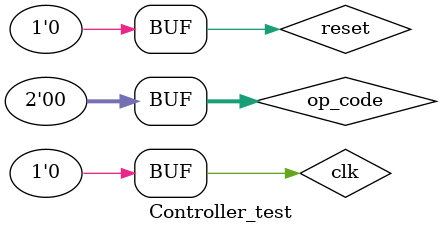
<source format=v>
`timescale 1ns / 1ps


module Controller_test;

	// Inputs
	reg reset;
	reg clk;
	reg [1:0] op_code;

	// Outputs
	wire rd_mem;
	wire wr_mem;
	wire ir_on_adr;
	wire pc_on_adr;
	wire dbus_on_data;
	wire data_on_dbus;
	wire ld_ir;
	wire ld_ac;
	wire ld_pc;
	wire inc_pc;
	wire clr_pc;
	wire pass;
	wire add;
	wire alu_on_dbus;

	// Instantiate the Unit Under Test (UUT)
	Controller uut (
		.reset(reset), 
		.clk(clk), 
		.op_code(op_code), 
		.rd_mem(rd_mem), 
		.wr_mem(wr_mem), 
		.ir_on_adr(ir_on_adr), 
		.pc_on_adr(pc_on_adr), 
		.dbus_on_data(dbus_on_data), 
		.data_on_dbus(data_on_dbus), 
		.ld_ir(ld_ir), 
		.ld_ac(ld_ac), 
		.ld_pc(ld_pc), 
		.inc_pc(inc_pc), 
		.clr_pc(clr_pc), 
		.pass(pass), 
		.add(add), 
		.alu_on_dbus(alu_on_dbus)
	);

	initial begin
		// Initialize Inputs
		reset = 0;
		clk = 0;
		op_code = 0;

		// Wait 100 ns for global reset to finish
		#100;
        
		// Add stimulus here

	end
      
endmodule


</source>
